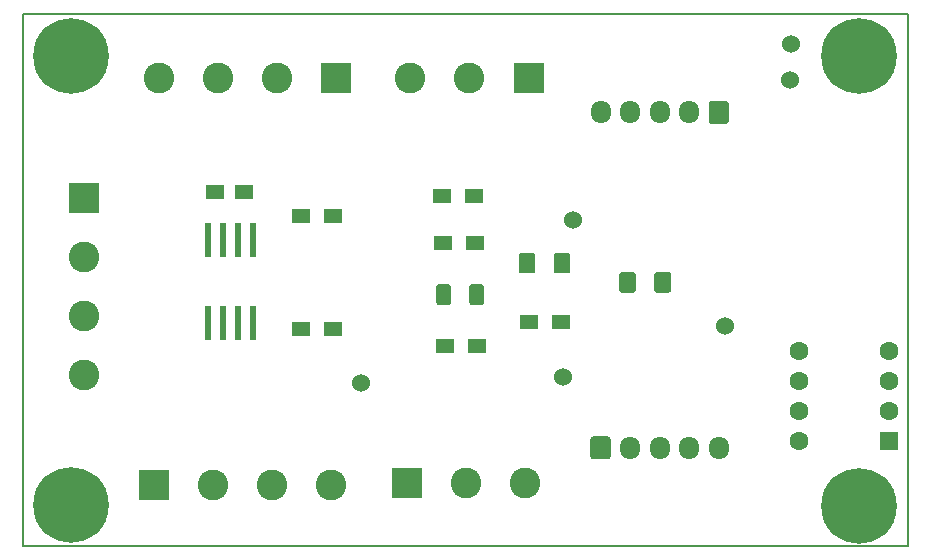
<source format=gts>
G04 #@! TF.GenerationSoftware,KiCad,Pcbnew,(5.1.4)-1*
G04 #@! TF.CreationDate,2020-10-15T08:41:29-04:00*
G04 #@! TF.ProjectId,i2c_pancake,6932635f-7061-46e6-9361-6b652e6b6963,rev?*
G04 #@! TF.SameCoordinates,Original*
G04 #@! TF.FileFunction,Soldermask,Top*
G04 #@! TF.FilePolarity,Negative*
%FSLAX46Y46*%
G04 Gerber Fmt 4.6, Leading zero omitted, Abs format (unit mm)*
G04 Created by KiCad (PCBNEW (5.1.4)-1) date 2020-10-15 08:41:29*
%MOMM*%
%LPD*%
G04 APERTURE LIST*
%ADD10C,0.150000*%
%ADD11C,1.524000*%
%ADD12C,6.400000*%
%ADD13C,2.600000*%
%ADD14R,2.600000X2.600000*%
%ADD15C,0.100000*%
%ADD16C,1.250000*%
%ADD17C,1.425000*%
%ADD18R,1.500000X1.250000*%
%ADD19R,1.500000X1.300000*%
%ADD20R,1.600000X1.600000*%
%ADD21C,1.600000*%
%ADD22R,0.600000X3.000000*%
%ADD23O,1.700000X1.950000*%
%ADD24C,1.700000*%
G04 APERTURE END LIST*
D10*
X89662000Y-134239000D02*
X164554000Y-134239000D01*
X89662000Y-89253000D02*
X164554000Y-89253000D01*
X164554000Y-89253000D02*
X164554000Y-134239000D01*
X89662000Y-89253000D02*
X89662000Y-134239000D01*
D11*
X149072600Y-115595400D03*
D12*
X160454000Y-130853000D03*
X160454000Y-92753000D03*
X93754000Y-92753000D03*
X93754000Y-130753000D03*
D13*
X122461000Y-94615000D03*
X127461000Y-94615000D03*
D14*
X132461000Y-94615000D03*
D13*
X132154000Y-128953000D03*
X127154000Y-128953000D03*
D14*
X122154000Y-128953000D03*
D11*
X154609800Y-94821000D03*
X154686000Y-91744800D03*
D15*
G36*
X125669304Y-112105404D02*
G01*
X125693573Y-112109004D01*
X125717371Y-112114965D01*
X125740471Y-112123230D01*
X125762649Y-112133720D01*
X125783693Y-112146333D01*
X125803398Y-112160947D01*
X125821577Y-112177423D01*
X125838053Y-112195602D01*
X125852667Y-112215307D01*
X125865280Y-112236351D01*
X125875770Y-112258529D01*
X125884035Y-112281629D01*
X125889996Y-112305427D01*
X125893596Y-112329696D01*
X125894800Y-112354200D01*
X125894800Y-113604200D01*
X125893596Y-113628704D01*
X125889996Y-113652973D01*
X125884035Y-113676771D01*
X125875770Y-113699871D01*
X125865280Y-113722049D01*
X125852667Y-113743093D01*
X125838053Y-113762798D01*
X125821577Y-113780977D01*
X125803398Y-113797453D01*
X125783693Y-113812067D01*
X125762649Y-113824680D01*
X125740471Y-113835170D01*
X125717371Y-113843435D01*
X125693573Y-113849396D01*
X125669304Y-113852996D01*
X125644800Y-113854200D01*
X124894800Y-113854200D01*
X124870296Y-113852996D01*
X124846027Y-113849396D01*
X124822229Y-113843435D01*
X124799129Y-113835170D01*
X124776951Y-113824680D01*
X124755907Y-113812067D01*
X124736202Y-113797453D01*
X124718023Y-113780977D01*
X124701547Y-113762798D01*
X124686933Y-113743093D01*
X124674320Y-113722049D01*
X124663830Y-113699871D01*
X124655565Y-113676771D01*
X124649604Y-113652973D01*
X124646004Y-113628704D01*
X124644800Y-113604200D01*
X124644800Y-112354200D01*
X124646004Y-112329696D01*
X124649604Y-112305427D01*
X124655565Y-112281629D01*
X124663830Y-112258529D01*
X124674320Y-112236351D01*
X124686933Y-112215307D01*
X124701547Y-112195602D01*
X124718023Y-112177423D01*
X124736202Y-112160947D01*
X124755907Y-112146333D01*
X124776951Y-112133720D01*
X124799129Y-112123230D01*
X124822229Y-112114965D01*
X124846027Y-112109004D01*
X124870296Y-112105404D01*
X124894800Y-112104200D01*
X125644800Y-112104200D01*
X125669304Y-112105404D01*
X125669304Y-112105404D01*
G37*
D16*
X125269800Y-112979200D03*
D15*
G36*
X128469304Y-112105404D02*
G01*
X128493573Y-112109004D01*
X128517371Y-112114965D01*
X128540471Y-112123230D01*
X128562649Y-112133720D01*
X128583693Y-112146333D01*
X128603398Y-112160947D01*
X128621577Y-112177423D01*
X128638053Y-112195602D01*
X128652667Y-112215307D01*
X128665280Y-112236351D01*
X128675770Y-112258529D01*
X128684035Y-112281629D01*
X128689996Y-112305427D01*
X128693596Y-112329696D01*
X128694800Y-112354200D01*
X128694800Y-113604200D01*
X128693596Y-113628704D01*
X128689996Y-113652973D01*
X128684035Y-113676771D01*
X128675770Y-113699871D01*
X128665280Y-113722049D01*
X128652667Y-113743093D01*
X128638053Y-113762798D01*
X128621577Y-113780977D01*
X128603398Y-113797453D01*
X128583693Y-113812067D01*
X128562649Y-113824680D01*
X128540471Y-113835170D01*
X128517371Y-113843435D01*
X128493573Y-113849396D01*
X128469304Y-113852996D01*
X128444800Y-113854200D01*
X127694800Y-113854200D01*
X127670296Y-113852996D01*
X127646027Y-113849396D01*
X127622229Y-113843435D01*
X127599129Y-113835170D01*
X127576951Y-113824680D01*
X127555907Y-113812067D01*
X127536202Y-113797453D01*
X127518023Y-113780977D01*
X127501547Y-113762798D01*
X127486933Y-113743093D01*
X127474320Y-113722049D01*
X127463830Y-113699871D01*
X127455565Y-113676771D01*
X127449604Y-113652973D01*
X127446004Y-113628704D01*
X127444800Y-113604200D01*
X127444800Y-112354200D01*
X127446004Y-112329696D01*
X127449604Y-112305427D01*
X127455565Y-112281629D01*
X127463830Y-112258529D01*
X127474320Y-112236351D01*
X127486933Y-112215307D01*
X127501547Y-112195602D01*
X127518023Y-112177423D01*
X127536202Y-112160947D01*
X127555907Y-112146333D01*
X127576951Y-112133720D01*
X127599129Y-112123230D01*
X127622229Y-112114965D01*
X127646027Y-112109004D01*
X127670296Y-112105404D01*
X127694800Y-112104200D01*
X128444800Y-112104200D01*
X128469304Y-112105404D01*
X128469304Y-112105404D01*
G37*
D16*
X128069800Y-112979200D03*
D15*
G36*
X144301804Y-111064004D02*
G01*
X144326073Y-111067604D01*
X144349871Y-111073565D01*
X144372971Y-111081830D01*
X144395149Y-111092320D01*
X144416193Y-111104933D01*
X144435898Y-111119547D01*
X144454077Y-111136023D01*
X144470553Y-111154202D01*
X144485167Y-111173907D01*
X144497780Y-111194951D01*
X144508270Y-111217129D01*
X144516535Y-111240229D01*
X144522496Y-111264027D01*
X144526096Y-111288296D01*
X144527300Y-111312800D01*
X144527300Y-112562800D01*
X144526096Y-112587304D01*
X144522496Y-112611573D01*
X144516535Y-112635371D01*
X144508270Y-112658471D01*
X144497780Y-112680649D01*
X144485167Y-112701693D01*
X144470553Y-112721398D01*
X144454077Y-112739577D01*
X144435898Y-112756053D01*
X144416193Y-112770667D01*
X144395149Y-112783280D01*
X144372971Y-112793770D01*
X144349871Y-112802035D01*
X144326073Y-112807996D01*
X144301804Y-112811596D01*
X144277300Y-112812800D01*
X143352300Y-112812800D01*
X143327796Y-112811596D01*
X143303527Y-112807996D01*
X143279729Y-112802035D01*
X143256629Y-112793770D01*
X143234451Y-112783280D01*
X143213407Y-112770667D01*
X143193702Y-112756053D01*
X143175523Y-112739577D01*
X143159047Y-112721398D01*
X143144433Y-112701693D01*
X143131820Y-112680649D01*
X143121330Y-112658471D01*
X143113065Y-112635371D01*
X143107104Y-112611573D01*
X143103504Y-112587304D01*
X143102300Y-112562800D01*
X143102300Y-111312800D01*
X143103504Y-111288296D01*
X143107104Y-111264027D01*
X143113065Y-111240229D01*
X143121330Y-111217129D01*
X143131820Y-111194951D01*
X143144433Y-111173907D01*
X143159047Y-111154202D01*
X143175523Y-111136023D01*
X143193702Y-111119547D01*
X143213407Y-111104933D01*
X143234451Y-111092320D01*
X143256629Y-111081830D01*
X143279729Y-111073565D01*
X143303527Y-111067604D01*
X143327796Y-111064004D01*
X143352300Y-111062800D01*
X144277300Y-111062800D01*
X144301804Y-111064004D01*
X144301804Y-111064004D01*
G37*
D17*
X143814800Y-111937800D03*
D15*
G36*
X141326804Y-111064004D02*
G01*
X141351073Y-111067604D01*
X141374871Y-111073565D01*
X141397971Y-111081830D01*
X141420149Y-111092320D01*
X141441193Y-111104933D01*
X141460898Y-111119547D01*
X141479077Y-111136023D01*
X141495553Y-111154202D01*
X141510167Y-111173907D01*
X141522780Y-111194951D01*
X141533270Y-111217129D01*
X141541535Y-111240229D01*
X141547496Y-111264027D01*
X141551096Y-111288296D01*
X141552300Y-111312800D01*
X141552300Y-112562800D01*
X141551096Y-112587304D01*
X141547496Y-112611573D01*
X141541535Y-112635371D01*
X141533270Y-112658471D01*
X141522780Y-112680649D01*
X141510167Y-112701693D01*
X141495553Y-112721398D01*
X141479077Y-112739577D01*
X141460898Y-112756053D01*
X141441193Y-112770667D01*
X141420149Y-112783280D01*
X141397971Y-112793770D01*
X141374871Y-112802035D01*
X141351073Y-112807996D01*
X141326804Y-112811596D01*
X141302300Y-112812800D01*
X140377300Y-112812800D01*
X140352796Y-112811596D01*
X140328527Y-112807996D01*
X140304729Y-112802035D01*
X140281629Y-112793770D01*
X140259451Y-112783280D01*
X140238407Y-112770667D01*
X140218702Y-112756053D01*
X140200523Y-112739577D01*
X140184047Y-112721398D01*
X140169433Y-112701693D01*
X140156820Y-112680649D01*
X140146330Y-112658471D01*
X140138065Y-112635371D01*
X140132104Y-112611573D01*
X140128504Y-112587304D01*
X140127300Y-112562800D01*
X140127300Y-111312800D01*
X140128504Y-111288296D01*
X140132104Y-111264027D01*
X140138065Y-111240229D01*
X140146330Y-111217129D01*
X140156820Y-111194951D01*
X140169433Y-111173907D01*
X140184047Y-111154202D01*
X140200523Y-111136023D01*
X140218702Y-111119547D01*
X140238407Y-111104933D01*
X140259451Y-111092320D01*
X140281629Y-111081830D01*
X140304729Y-111073565D01*
X140328527Y-111067604D01*
X140352796Y-111064004D01*
X140377300Y-111062800D01*
X141302300Y-111062800D01*
X141326804Y-111064004D01*
X141326804Y-111064004D01*
G37*
D17*
X140839800Y-111937800D03*
D18*
X105873800Y-104255600D03*
X108373800Y-104255600D03*
D19*
X127943600Y-108585000D03*
X125243600Y-108585000D03*
X125138200Y-104622600D03*
X127838200Y-104622600D03*
X113200200Y-115925600D03*
X115900200Y-115925600D03*
X113200200Y-106324400D03*
X115900200Y-106324400D03*
X125409600Y-117311200D03*
X128109600Y-117311200D03*
X135221600Y-115330000D03*
X132521600Y-115330000D03*
D20*
X162954000Y-125353000D03*
D21*
X162954000Y-122813000D03*
X162954000Y-120273000D03*
X162954000Y-117733000D03*
X155334000Y-117733000D03*
X155334000Y-120273000D03*
X155334000Y-122813000D03*
X155334000Y-125353000D03*
D22*
X105300400Y-108350200D03*
X106570400Y-108350200D03*
X107840400Y-108350200D03*
X109110400Y-108350200D03*
X109110400Y-115350200D03*
X107840400Y-115350200D03*
X106570400Y-115350200D03*
X105300400Y-115350200D03*
D15*
G36*
X135784804Y-109427004D02*
G01*
X135809073Y-109430604D01*
X135832871Y-109436565D01*
X135855971Y-109444830D01*
X135878149Y-109455320D01*
X135899193Y-109467933D01*
X135918898Y-109482547D01*
X135937077Y-109499023D01*
X135953553Y-109517202D01*
X135968167Y-109536907D01*
X135980780Y-109557951D01*
X135991270Y-109580129D01*
X135999535Y-109603229D01*
X136005496Y-109627027D01*
X136009096Y-109651296D01*
X136010300Y-109675800D01*
X136010300Y-110925800D01*
X136009096Y-110950304D01*
X136005496Y-110974573D01*
X135999535Y-110998371D01*
X135991270Y-111021471D01*
X135980780Y-111043649D01*
X135968167Y-111064693D01*
X135953553Y-111084398D01*
X135937077Y-111102577D01*
X135918898Y-111119053D01*
X135899193Y-111133667D01*
X135878149Y-111146280D01*
X135855971Y-111156770D01*
X135832871Y-111165035D01*
X135809073Y-111170996D01*
X135784804Y-111174596D01*
X135760300Y-111175800D01*
X134835300Y-111175800D01*
X134810796Y-111174596D01*
X134786527Y-111170996D01*
X134762729Y-111165035D01*
X134739629Y-111156770D01*
X134717451Y-111146280D01*
X134696407Y-111133667D01*
X134676702Y-111119053D01*
X134658523Y-111102577D01*
X134642047Y-111084398D01*
X134627433Y-111064693D01*
X134614820Y-111043649D01*
X134604330Y-111021471D01*
X134596065Y-110998371D01*
X134590104Y-110974573D01*
X134586504Y-110950304D01*
X134585300Y-110925800D01*
X134585300Y-109675800D01*
X134586504Y-109651296D01*
X134590104Y-109627027D01*
X134596065Y-109603229D01*
X134604330Y-109580129D01*
X134614820Y-109557951D01*
X134627433Y-109536907D01*
X134642047Y-109517202D01*
X134658523Y-109499023D01*
X134676702Y-109482547D01*
X134696407Y-109467933D01*
X134717451Y-109455320D01*
X134739629Y-109444830D01*
X134762729Y-109436565D01*
X134786527Y-109430604D01*
X134810796Y-109427004D01*
X134835300Y-109425800D01*
X135760300Y-109425800D01*
X135784804Y-109427004D01*
X135784804Y-109427004D01*
G37*
D17*
X135297800Y-110300800D03*
D15*
G36*
X132809804Y-109427004D02*
G01*
X132834073Y-109430604D01*
X132857871Y-109436565D01*
X132880971Y-109444830D01*
X132903149Y-109455320D01*
X132924193Y-109467933D01*
X132943898Y-109482547D01*
X132962077Y-109499023D01*
X132978553Y-109517202D01*
X132993167Y-109536907D01*
X133005780Y-109557951D01*
X133016270Y-109580129D01*
X133024535Y-109603229D01*
X133030496Y-109627027D01*
X133034096Y-109651296D01*
X133035300Y-109675800D01*
X133035300Y-110925800D01*
X133034096Y-110950304D01*
X133030496Y-110974573D01*
X133024535Y-110998371D01*
X133016270Y-111021471D01*
X133005780Y-111043649D01*
X132993167Y-111064693D01*
X132978553Y-111084398D01*
X132962077Y-111102577D01*
X132943898Y-111119053D01*
X132924193Y-111133667D01*
X132903149Y-111146280D01*
X132880971Y-111156770D01*
X132857871Y-111165035D01*
X132834073Y-111170996D01*
X132809804Y-111174596D01*
X132785300Y-111175800D01*
X131860300Y-111175800D01*
X131835796Y-111174596D01*
X131811527Y-111170996D01*
X131787729Y-111165035D01*
X131764629Y-111156770D01*
X131742451Y-111146280D01*
X131721407Y-111133667D01*
X131701702Y-111119053D01*
X131683523Y-111102577D01*
X131667047Y-111084398D01*
X131652433Y-111064693D01*
X131639820Y-111043649D01*
X131629330Y-111021471D01*
X131621065Y-110998371D01*
X131615104Y-110974573D01*
X131611504Y-110950304D01*
X131610300Y-110925800D01*
X131610300Y-109675800D01*
X131611504Y-109651296D01*
X131615104Y-109627027D01*
X131621065Y-109603229D01*
X131629330Y-109580129D01*
X131639820Y-109557951D01*
X131652433Y-109536907D01*
X131667047Y-109517202D01*
X131683523Y-109499023D01*
X131701702Y-109482547D01*
X131721407Y-109467933D01*
X131742451Y-109455320D01*
X131764629Y-109444830D01*
X131787729Y-109436565D01*
X131811527Y-109430604D01*
X131835796Y-109427004D01*
X131860300Y-109425800D01*
X132785300Y-109425800D01*
X132809804Y-109427004D01*
X132809804Y-109427004D01*
G37*
D17*
X132322800Y-110300800D03*
D13*
X115754000Y-129053000D03*
X110754000Y-129053000D03*
X105754000Y-129053000D03*
D14*
X100754000Y-129053000D03*
D23*
X138554000Y-97553000D03*
X141054000Y-97553000D03*
X143554000Y-97553000D03*
X146054000Y-97553000D03*
D15*
G36*
X149178504Y-96579204D02*
G01*
X149202773Y-96582804D01*
X149226571Y-96588765D01*
X149249671Y-96597030D01*
X149271849Y-96607520D01*
X149292893Y-96620133D01*
X149312598Y-96634747D01*
X149330777Y-96651223D01*
X149347253Y-96669402D01*
X149361867Y-96689107D01*
X149374480Y-96710151D01*
X149384970Y-96732329D01*
X149393235Y-96755429D01*
X149399196Y-96779227D01*
X149402796Y-96803496D01*
X149404000Y-96828000D01*
X149404000Y-98278000D01*
X149402796Y-98302504D01*
X149399196Y-98326773D01*
X149393235Y-98350571D01*
X149384970Y-98373671D01*
X149374480Y-98395849D01*
X149361867Y-98416893D01*
X149347253Y-98436598D01*
X149330777Y-98454777D01*
X149312598Y-98471253D01*
X149292893Y-98485867D01*
X149271849Y-98498480D01*
X149249671Y-98508970D01*
X149226571Y-98517235D01*
X149202773Y-98523196D01*
X149178504Y-98526796D01*
X149154000Y-98528000D01*
X147954000Y-98528000D01*
X147929496Y-98526796D01*
X147905227Y-98523196D01*
X147881429Y-98517235D01*
X147858329Y-98508970D01*
X147836151Y-98498480D01*
X147815107Y-98485867D01*
X147795402Y-98471253D01*
X147777223Y-98454777D01*
X147760747Y-98436598D01*
X147746133Y-98416893D01*
X147733520Y-98395849D01*
X147723030Y-98373671D01*
X147714765Y-98350571D01*
X147708804Y-98326773D01*
X147705204Y-98302504D01*
X147704000Y-98278000D01*
X147704000Y-96828000D01*
X147705204Y-96803496D01*
X147708804Y-96779227D01*
X147714765Y-96755429D01*
X147723030Y-96732329D01*
X147733520Y-96710151D01*
X147746133Y-96689107D01*
X147760747Y-96669402D01*
X147777223Y-96651223D01*
X147795402Y-96634747D01*
X147815107Y-96620133D01*
X147836151Y-96607520D01*
X147858329Y-96597030D01*
X147881429Y-96588765D01*
X147905227Y-96582804D01*
X147929496Y-96579204D01*
X147954000Y-96578000D01*
X149154000Y-96578000D01*
X149178504Y-96579204D01*
X149178504Y-96579204D01*
G37*
D24*
X148554000Y-97553000D03*
D13*
X94854000Y-119753000D03*
X94854000Y-114753000D03*
X94854000Y-109753000D03*
D14*
X94854000Y-104753000D03*
D13*
X101154000Y-94653000D03*
X106154000Y-94653000D03*
X111154000Y-94653000D03*
D14*
X116154000Y-94653000D03*
D23*
X148554000Y-125953000D03*
X146054000Y-125953000D03*
X143554000Y-125953000D03*
X141054000Y-125953000D03*
D15*
G36*
X139178504Y-124979204D02*
G01*
X139202773Y-124982804D01*
X139226571Y-124988765D01*
X139249671Y-124997030D01*
X139271849Y-125007520D01*
X139292893Y-125020133D01*
X139312598Y-125034747D01*
X139330777Y-125051223D01*
X139347253Y-125069402D01*
X139361867Y-125089107D01*
X139374480Y-125110151D01*
X139384970Y-125132329D01*
X139393235Y-125155429D01*
X139399196Y-125179227D01*
X139402796Y-125203496D01*
X139404000Y-125228000D01*
X139404000Y-126678000D01*
X139402796Y-126702504D01*
X139399196Y-126726773D01*
X139393235Y-126750571D01*
X139384970Y-126773671D01*
X139374480Y-126795849D01*
X139361867Y-126816893D01*
X139347253Y-126836598D01*
X139330777Y-126854777D01*
X139312598Y-126871253D01*
X139292893Y-126885867D01*
X139271849Y-126898480D01*
X139249671Y-126908970D01*
X139226571Y-126917235D01*
X139202773Y-126923196D01*
X139178504Y-126926796D01*
X139154000Y-126928000D01*
X137954000Y-126928000D01*
X137929496Y-126926796D01*
X137905227Y-126923196D01*
X137881429Y-126917235D01*
X137858329Y-126908970D01*
X137836151Y-126898480D01*
X137815107Y-126885867D01*
X137795402Y-126871253D01*
X137777223Y-126854777D01*
X137760747Y-126836598D01*
X137746133Y-126816893D01*
X137733520Y-126795849D01*
X137723030Y-126773671D01*
X137714765Y-126750571D01*
X137708804Y-126726773D01*
X137705204Y-126702504D01*
X137704000Y-126678000D01*
X137704000Y-125228000D01*
X137705204Y-125203496D01*
X137708804Y-125179227D01*
X137714765Y-125155429D01*
X137723030Y-125132329D01*
X137733520Y-125110151D01*
X137746133Y-125089107D01*
X137760747Y-125069402D01*
X137777223Y-125051223D01*
X137795402Y-125034747D01*
X137815107Y-125020133D01*
X137836151Y-125007520D01*
X137858329Y-124997030D01*
X137881429Y-124988765D01*
X137905227Y-124982804D01*
X137929496Y-124979204D01*
X137954000Y-124978000D01*
X139154000Y-124978000D01*
X139178504Y-124979204D01*
X139178504Y-124979204D01*
G37*
D24*
X138554000Y-125953000D03*
D11*
X136245600Y-106629200D03*
X135382000Y-119989600D03*
X118237000Y-120472200D03*
M02*

</source>
